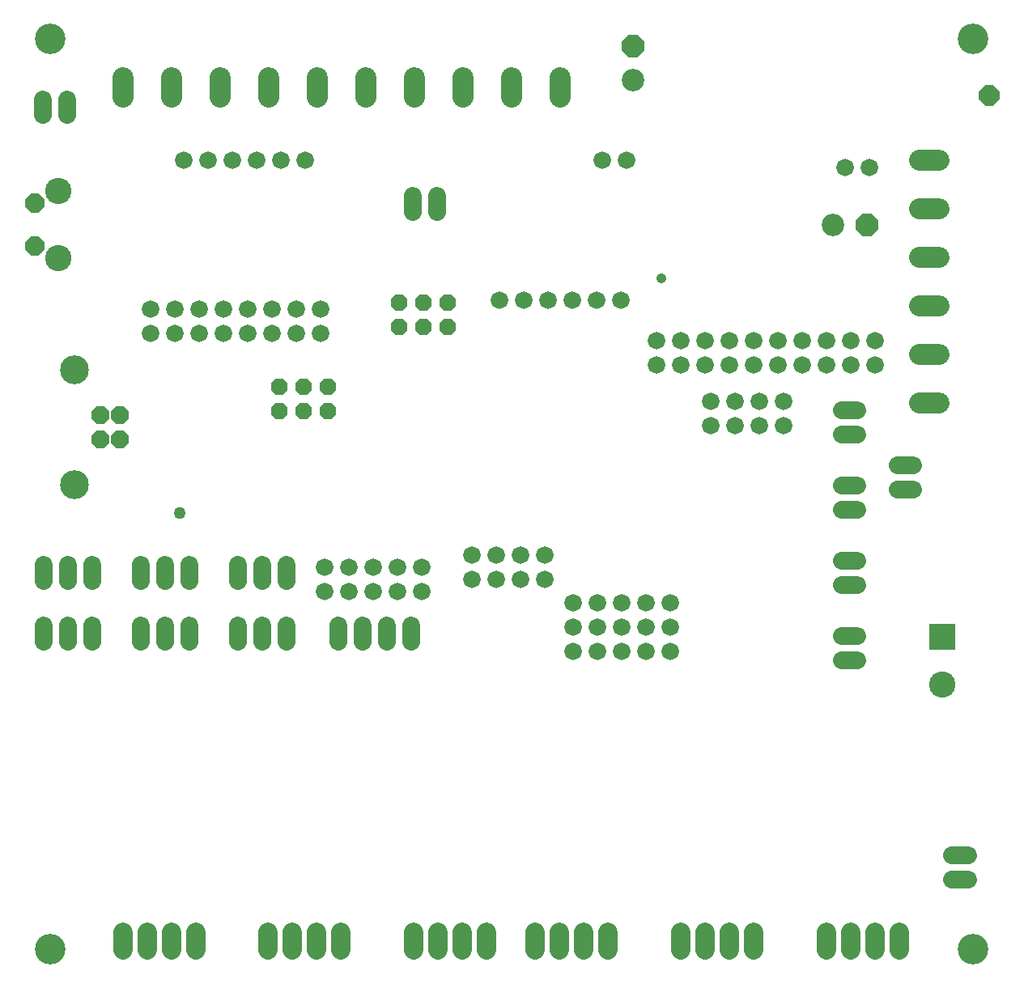
<source format=gbs>
G75*
G70*
%OFA0B0*%
%FSLAX24Y24*%
%IPPOS*%
%LPD*%
%AMOC8*
5,1,8,0,0,1.08239X$1,22.5*
%
%ADD10OC8,0.0694*%
%ADD11OC8,0.0740*%
%ADD12C,0.1186*%
%ADD13C,0.0792*%
%ADD14C,0.0720*%
%ADD15OC8,0.0780*%
%ADD16C,0.1080*%
%ADD17C,0.0870*%
%ADD18C,0.0720*%
%ADD19OC8,0.0920*%
%ADD20C,0.0920*%
%ADD21OC8,0.0840*%
%ADD22C,0.1261*%
%ADD23R,0.1080X0.1080*%
%ADD24C,0.0496*%
%ADD25C,0.0417*%
D10*
X035495Y030318D03*
X035495Y031318D03*
X036495Y031318D03*
X036495Y030318D03*
X037495Y030318D03*
X037495Y031318D03*
X040445Y033768D03*
X040445Y034768D03*
X041445Y034768D03*
X041445Y033768D03*
X042445Y033768D03*
X042445Y034768D03*
D11*
X028924Y030135D03*
X028137Y030135D03*
X028137Y029151D03*
X028924Y029151D03*
D12*
X027070Y027281D03*
X027070Y032006D03*
D13*
X029070Y008830D02*
X029070Y008117D01*
X030070Y008117D02*
X030070Y008830D01*
X031070Y008830D02*
X031070Y008117D01*
X032070Y008117D02*
X032070Y008830D01*
X035043Y008830D02*
X035043Y008117D01*
X036043Y008117D02*
X036043Y008830D01*
X037043Y008830D02*
X037043Y008117D01*
X038043Y008117D02*
X038043Y008830D01*
X041043Y008830D02*
X041043Y008117D01*
X042043Y008117D02*
X042043Y008830D01*
X043043Y008830D02*
X043043Y008117D01*
X044043Y008117D02*
X044043Y008830D01*
X046043Y008830D02*
X046043Y008117D01*
X047043Y008117D02*
X047043Y008830D01*
X048043Y008830D02*
X048043Y008117D01*
X049043Y008117D02*
X049043Y008830D01*
X052043Y008830D02*
X052043Y008117D01*
X053043Y008117D02*
X053043Y008830D01*
X054043Y008830D02*
X054043Y008117D01*
X055043Y008117D02*
X055043Y008830D01*
X058043Y008830D02*
X058043Y008117D01*
X059043Y008117D02*
X059043Y008830D01*
X060043Y008830D02*
X060043Y008117D01*
X061043Y008117D02*
X061043Y008830D01*
D14*
X025820Y020823D02*
X025820Y021463D01*
X026820Y021463D02*
X026820Y020823D01*
X027820Y020823D02*
X027820Y021463D01*
X027820Y023323D02*
X027820Y023963D01*
X026820Y023963D02*
X026820Y023323D01*
X025820Y023323D02*
X025820Y023963D01*
X029820Y023963D02*
X029820Y023323D01*
X030820Y023323D02*
X030820Y023963D01*
X031820Y023963D02*
X031820Y023323D01*
X031820Y021463D02*
X031820Y020823D01*
X030820Y020823D02*
X030820Y021463D01*
X029820Y021463D02*
X029820Y020823D01*
X033820Y020823D02*
X033820Y021463D01*
X034820Y021463D02*
X034820Y020823D01*
X035820Y020823D02*
X035820Y021463D01*
X035820Y023323D02*
X035820Y023963D01*
X034820Y023963D02*
X034820Y023323D01*
X033820Y023323D02*
X033820Y023963D01*
X037937Y021463D02*
X037937Y020823D01*
X038937Y020823D02*
X038937Y021463D01*
X039937Y021463D02*
X039937Y020823D01*
X040937Y020823D02*
X040937Y021463D01*
X040995Y038523D02*
X040995Y039163D01*
X041995Y039163D02*
X041995Y038523D01*
X026758Y042511D02*
X026758Y043151D01*
X025758Y043151D02*
X025758Y042511D01*
X058664Y030345D02*
X059304Y030345D01*
X059304Y029345D02*
X058664Y029345D01*
X058664Y027245D02*
X059304Y027245D01*
X059304Y026245D02*
X058664Y026245D01*
X058664Y024145D02*
X059304Y024145D01*
X059304Y023145D02*
X058664Y023145D01*
X058664Y021045D02*
X059304Y021045D01*
X059304Y020045D02*
X058664Y020045D01*
X060971Y027062D02*
X061611Y027062D01*
X061611Y028062D02*
X060971Y028062D01*
X063219Y012016D02*
X063859Y012016D01*
X063859Y011016D02*
X063219Y011016D01*
D15*
X025430Y037103D03*
X025430Y038883D03*
D16*
X026410Y039373D03*
X026410Y036613D03*
X062820Y019034D03*
D17*
X062665Y030643D02*
X061875Y030643D01*
X061875Y032643D02*
X062665Y032643D01*
X062665Y034643D02*
X061875Y034643D01*
X061875Y036643D02*
X062665Y036643D01*
X062665Y038643D02*
X061875Y038643D01*
X061875Y040643D02*
X062665Y040643D01*
X047070Y043248D02*
X047070Y044038D01*
X045070Y044038D02*
X045070Y043248D01*
X043070Y043248D02*
X043070Y044038D01*
X041070Y044038D02*
X041070Y043248D01*
X039070Y043248D02*
X039070Y044038D01*
X037070Y044038D02*
X037070Y043248D01*
X035070Y043248D02*
X035070Y044038D01*
X033070Y044038D02*
X033070Y043248D01*
X031070Y043248D02*
X031070Y044038D01*
X029070Y044038D02*
X029070Y043248D01*
D18*
X031570Y040643D03*
X032570Y040643D03*
X033570Y040643D03*
X034570Y040643D03*
X035570Y040643D03*
X036570Y040643D03*
X036195Y034518D03*
X036195Y033518D03*
X035195Y033518D03*
X035195Y034518D03*
X034195Y034518D03*
X034195Y033518D03*
X033195Y033518D03*
X032195Y033518D03*
X032195Y034518D03*
X033195Y034518D03*
X031195Y034518D03*
X031195Y033518D03*
X030195Y033518D03*
X030195Y034518D03*
X037195Y034518D03*
X037195Y033518D03*
X044570Y034893D03*
X045570Y034893D03*
X046570Y034893D03*
X047570Y034893D03*
X048570Y034893D03*
X049570Y034893D03*
X051027Y033215D03*
X051027Y032215D03*
X052027Y032215D03*
X053027Y032215D03*
X053027Y033215D03*
X052027Y033215D03*
X054027Y033215D03*
X054027Y032215D03*
X055027Y032215D03*
X055027Y033215D03*
X056027Y033215D03*
X056027Y032215D03*
X057027Y032215D03*
X058027Y032215D03*
X058027Y033215D03*
X057027Y033215D03*
X059027Y033215D03*
X059027Y032215D03*
X060027Y032215D03*
X060027Y033215D03*
X056277Y030715D03*
X056277Y029715D03*
X055277Y029715D03*
X055277Y030715D03*
X054277Y030715D03*
X054277Y029715D03*
X053277Y029715D03*
X053277Y030715D03*
X051620Y022399D03*
X051620Y021399D03*
X051620Y020399D03*
X050620Y020399D03*
X050620Y021399D03*
X050620Y022399D03*
X049620Y022399D03*
X049620Y021399D03*
X049620Y020399D03*
X048620Y020399D03*
X047620Y020399D03*
X047620Y021399D03*
X048620Y021399D03*
X048620Y022399D03*
X047620Y022399D03*
X046445Y023393D03*
X046445Y024393D03*
X045445Y024393D03*
X045445Y023393D03*
X044445Y023393D03*
X043445Y023393D03*
X043445Y024393D03*
X044445Y024393D03*
X041359Y023893D03*
X041359Y022893D03*
X040359Y022893D03*
X039359Y022893D03*
X039359Y023893D03*
X040359Y023893D03*
X038359Y023893D03*
X037359Y023893D03*
X037359Y022893D03*
X038359Y022893D03*
X048820Y040643D03*
X049820Y040643D03*
X058820Y040343D03*
X059820Y040343D03*
D19*
X059695Y037993D03*
X050070Y045343D03*
D20*
X050070Y043943D03*
X058295Y037993D03*
D21*
X064724Y043305D03*
D22*
X064070Y045643D03*
X064070Y008143D03*
X026070Y008143D03*
X026070Y045643D03*
D23*
X062820Y021003D03*
D24*
X031395Y026118D03*
D25*
X051252Y035793D03*
M02*

</source>
